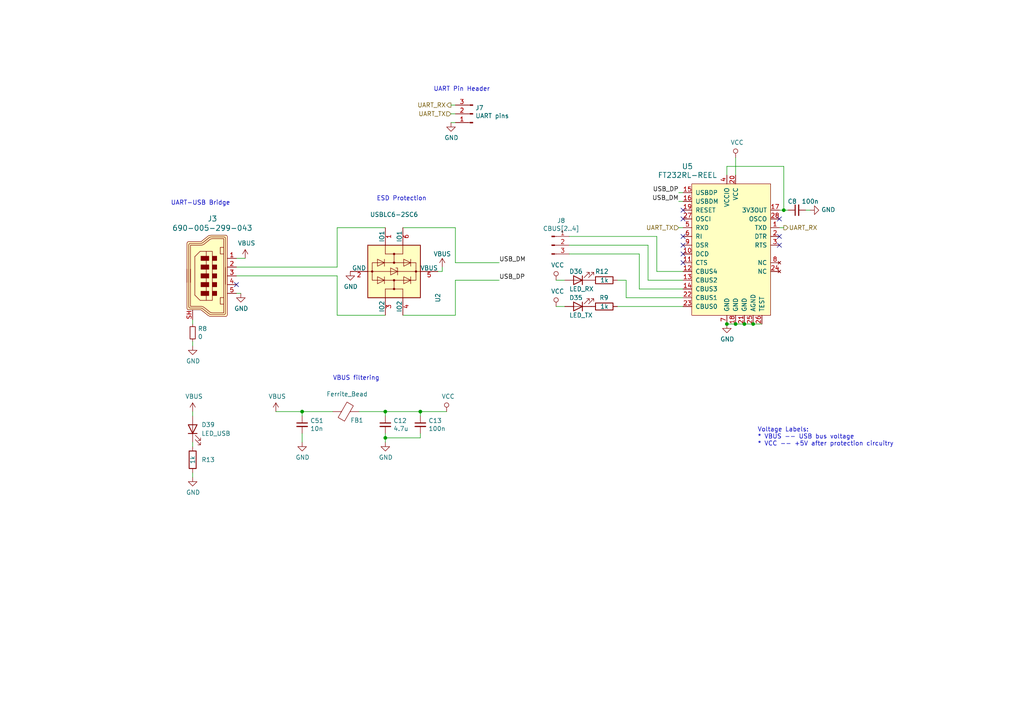
<source format=kicad_sch>
(kicad_sch (version 20231120) (generator "eeschema") (generator_version "8.0")
  (paper "A4")
  (title_block (title "KAPINE Motherboard") (date "2020-09-02") (rev "1.2") (company "Verneri Hirvonen"))
  (lib_symbols
    (symbol "Device:C_Small" (pin_numbers hide) (pin_names (offset 0.254) hide)
      (property "Reference" "C" (at 0.254 1.778 0))
      (property "Value" "C_Small" (at 0.254 -2.032 0))
      (symbol "C_Small_0_1"
        (polyline (pts (xy -1.524 -0.508) (xy 1.524 -0.508)) (stroke (width 0.3302)))
        (polyline (pts (xy -1.524 0.508) (xy 1.524 0.508)) (stroke (width 0.3048)))
      )
      (symbol "C_Small_1_1"
        (pin passive line (at 0 2.54 270) (length 2.032) (name "~") (number "1"))
        (pin passive line (at 0 -2.54 90) (length 2.032) (name "~") (number "2"))
      )
    )
    (symbol "Device:LED" (pin_numbers hide) (pin_names (offset 1.016) hide)
      (property "Reference" "D" (at 0 2.54 0))
      (property "Value" "LED" (at 0 -2.54 0))
      (symbol "LED_0_1"
        (polyline (pts (xy -1.27 -1.27) (xy -1.27 1.27)) (stroke (width 0.254)))
        (polyline (pts (xy -1.27 0) (xy 1.27 0)))
        (polyline (pts (xy 1.27 -1.27) (xy 1.27 1.27) (xy -1.27 0) (xy 1.27 -1.27)) (stroke (width 0.254)))
        (polyline (pts (xy -3.048 -0.762) (xy -4.572 -2.286) (xy -3.81 -2.286) (xy -4.572 -2.286) (xy -4.572 -1.524)))
        (polyline (pts (xy -1.778 -0.762) (xy -3.302 -2.286) (xy -2.54 -2.286) (xy -3.302 -2.286) (xy -3.302 -1.524)))
      )
      (symbol "LED_1_1"
        (pin passive line (at -3.81 0 0) (length 2.54) (name "K") (number "1"))
        (pin passive line (at 3.81 0 180) (length 2.54) (name "A") (number "2"))
      )
    )
    (symbol "Device:R" (pin_numbers hide) (pin_names (offset 0))
      (property "Reference" "R" (at 2.032 0 90))
      (property "Value" "R" (at 0 0 90))
      (symbol "R_0_1"
        (rectangle (start -1.016 -2.54) (end 1.016 2.54) (stroke (width 0.254)))
      )
      (symbol "R_1_1"
        (pin passive line (at 0 3.81 270) (length 1.27) (name "~") (number "1"))
        (pin passive line (at 0 -3.81 90) (length 1.27) (name "~") (number "2"))
      )
    )
    (symbol "Device:R_Small" (pin_numbers hide) (pin_names (offset 0.254) hide)
      (property "Reference" "R" (at 0.762 0.508 0))
      (property "Value" "R_Small" (at 0.762 -1.016 0))
      (symbol "R_Small_0_1"
        (rectangle (start -0.762 1.778) (end 0.762 -1.778) (stroke (width 0.2032)))
      )
      (symbol "R_Small_1_1"
        (pin passive line (at 0 2.54 270) (length 0.762) (name "~") (number "1"))
        (pin passive line (at 0 -2.54 90) (length 0.762) (name "~") (number "2"))
      )
    )
    (symbol "dk_Interface-Controllers:FT232RL-REEL" (pin_names (offset 1.016))
      (property "Reference" "U" (at -12.7 11.43 0))
      (property "Value" "FT232RL-REEL" (at -2.54 -20.32 90))
      (symbol "FT232RL-REEL_0_1"
        (rectangle (start -15.24 10.16) (end 7.62 -27.94) (fill (type background)))
      )
      (symbol "FT232RL-REEL_1_1"
        (pin output line (at 10.16 -2.54 180) (length 2.54) (name "TXD") (number "1"))
        (pin input line (at -17.78 -10.16 0) (length 2.54) (name "DCD") (number "10"))
        (pin input line (at -17.78 -12.7 0) (length 2.54) (name "CTS") (number "11"))
        (pin bidirectional line (at -17.78 -15.24 0) (length 2.54) (name "CBUS4") (number "12"))
        (pin bidirectional line (at -17.78 -17.78 0) (length 2.54) (name "CBUS2") (number "13"))
        (pin bidirectional line (at -17.78 -20.32 0) (length 2.54) (name "CBUS3") (number "14"))
        (pin bidirectional line (at -17.78 7.62 0) (length 2.54) (name "USBDP") (number "15"))
        (pin bidirectional line (at -17.78 5.08 0) (length 2.54) (name "USBDM") (number "16"))
        (pin passive line (at 10.16 2.54 180) (length 2.54) (name "3V3OUT") (number "17"))
        (pin power_in line (at -2.54 -30.48 90) (length 2.54) (name "GND") (number "18"))
        (pin input line (at -17.78 2.54 0) (length 2.54) (name "RESET") (number "19"))
        (pin output line (at 10.16 -5.08 180) (length 2.54) (name "DTR") (number "2"))
        (pin power_in line (at -2.54 12.7 270) (length 2.54) (name "VCC") (number "20"))
        (pin power_in line (at 0 -30.48 90) (length 2.54) (name "GND") (number "21"))
        (pin bidirectional line (at -17.78 -22.86 0) (length 2.54) (name "CBUS1") (number "22"))
        (pin bidirectional line (at -17.78 -25.4 0) (length 2.54) (name "CBUS0") (number "23"))
        (pin no_connect line (at 10.16 -15.24 180) (length 2.54) (name "NC") (number "24"))
        (pin power_in line (at 2.54 -30.48 90) (length 2.54) (name "AGND") (number "25"))
        (pin power_in line (at 5.08 -30.48 90) (length 2.54) (name "TEST") (number "26"))
        (pin input line (at -17.78 0 0) (length 2.54) (name "OSCI") (number "27"))
        (pin output line (at 10.16 0 180) (length 2.54) (name "OSCO") (number "28"))
        (pin output line (at 10.16 -7.62 180) (length 2.54) (name "RTS") (number "3"))
        (pin power_in line (at -5.08 12.7 270) (length 2.54) (name "VCCIO") (number "4"))
        (pin input line (at -17.78 -2.54 0) (length 2.54) (name "RXD") (number "5"))
        (pin input line (at -17.78 -5.08 0) (length 2.54) (name "RI") (number "6"))
        (pin power_in line (at -5.08 -30.48 90) (length 2.54) (name "GND") (number "7"))
        (pin no_connect line (at 10.16 -12.7 180) (length 2.54) (name "NC") (number "8"))
        (pin input line (at -17.78 -7.62 0) (length 2.54) (name "DSR") (number "9"))
      )
    )
    (symbol "dk_USB-DVI-HDMI-Connectors:690-005-299-043" (pin_names (offset 1.016))
      (property "Reference" "J" (at 8.89 30.48 0))
      (property "Value" "690-005-299-043" (at 6.8326 14.8844 90))
      (symbol "690-005-299-043_0_1"
        (polyline (pts (xy 10.795 23.368) (xy 10.795 12.192)))
        (polyline (pts (xy 10.795 12.192) (xy 12.319 10.668) (xy 14.097 10.668)))
        (polyline (pts (xy 10.795 23.368) (xy 12.319 24.892) (xy 14.097 24.892)))
        (polyline (pts (xy 19.177 17.018) (xy 19.177 28.575) (xy 15.9258 28.575) (xy 15.4686 28.4988) (xy 15.2146 28.3718) (xy 13.4366 26.9494) (xy 13.1064 26.7716) (xy 12.7 26.67) (xy 9.525 26.67) (xy 9.525 15.875)))
        (polyline (pts (xy 19.177 18.5928) (xy 19.177 7.0358) (xy 15.9258 7.0358) (xy 15.4686 7.112) (xy 15.2146 7.239) (xy 13.4366 8.6614) (xy 13.1064 8.8392) (xy 12.7 8.9408) (xy 9.525 8.9408) (xy 9.525 19.7358)))
        (polyline (pts (xy 20.193 15.24) (xy 20.193 28.956) (xy 20.193 29.21) (xy 20.066 29.464) (xy 19.812 29.591) (xy 19.558 29.591) (xy 15.5194 29.591) (xy 15.0114 29.5148) (xy 14.6812 29.3624) (xy 12.573 27.686) (xy 9.144 27.686) (xy 8.89 27.686) (xy 8.636 27.559) (xy 8.509 27.305) (xy 8.509 27.051) (xy 8.509 15.875)) (fill (type background)))
        (polyline (pts (xy 20.193 20.3708) (xy 20.193 6.6548) (xy 20.193 6.4008) (xy 20.066 6.1468) (xy 19.812 6.0198) (xy 19.558 6.0198) (xy 15.5194 6.0198) (xy 15.0114 6.096) (xy 14.6812 6.2484) (xy 12.573 7.9248) (xy 9.144 7.9248) (xy 8.89 7.9248) (xy 8.636 8.0518) (xy 8.509 8.3058) (xy 8.509 8.5598) (xy 8.509 19.7358)) (fill (type background)))
        (polyline (pts (xy 19.685 15.367) (xy 19.685 28.448) (xy 19.685 28.702) (xy 19.558 28.956) (xy 19.304 29.083) (xy 19.05 29.083) (xy 15.5956 29.083) (xy 15.24 29.0322) (xy 14.9352 28.8544) (xy 13.1826 27.4574) (xy 12.8016 27.2288) (xy 12.5222 27.178) (xy 9.652 27.178) (xy 9.398 27.178) (xy 9.144 27.051) (xy 9.017 26.797) (xy 9.017 26.543) (xy 9.017 15.875)))
        (polyline (pts (xy 19.685 20.2438) (xy 19.685 7.1628) (xy 19.685 6.9088) (xy 19.558 6.6548) (xy 19.304 6.5278) (xy 19.05 6.5278) (xy 15.5956 6.5278) (xy 15.24 6.5786) (xy 14.9352 6.7564) (xy 13.1826 8.1534) (xy 12.8016 8.382) (xy 12.5222 8.4328) (xy 9.652 8.4328) (xy 9.398 8.4328) (xy 9.144 8.5598) (xy 9.017 8.8138) (xy 9.017 9.0678) (xy 9.017 19.7358)))
        (rectangle (start 14.859 12.065) (end 12.573 13.335) (fill (type outline)))
        (rectangle (start 14.859 14.605) (end 12.573 15.875) (fill (type outline)))
        (rectangle (start 14.859 17.145) (end 12.573 18.415) (fill (type outline)))
        (rectangle (start 14.859 19.685) (end 12.573 20.955) (fill (type outline)))
        (rectangle (start 14.859 22.225) (end 12.573 23.495) (fill (type outline)))
        (rectangle (start 15.875 10.668) (end 14.097 24.892))
        (rectangle (start 17.145 13.335) (end 15.875 12.065) (fill (type outline)))
        (rectangle (start 17.145 15.875) (end 15.875 14.605) (fill (type outline)))
        (rectangle (start 17.145 18.415) (end 15.875 17.145) (fill (type outline)))
        (rectangle (start 17.145 20.955) (end 15.875 19.685) (fill (type outline)))
        (rectangle (start 17.145 23.495) (end 15.875 22.225) (fill (type outline)))
        (rectangle (start 18.161 9.5758) (end 19.177 11.4808))
        (rectangle (start 18.161 26.035) (end 19.177 24.13))
      )
      (symbol "690-005-299-043_1_1"
        (pin passive line (at 22.86 22.86 180) (length 2.667) (name "~") (number "1"))
        (pin passive line (at 22.86 20.32 180) (length 2.667) (name "~") (number "2"))
        (pin passive line (at 22.86 17.78 180) (length 2.667) (name "~") (number "3"))
        (pin passive line (at 22.86 15.24 180) (length 2.667) (name "~") (number "4"))
        (pin passive line (at 22.86 12.7 180) (length 2.667) (name "~") (number "5"))
        (pin passive line (at 10.16 5.08 90) (length 2.794) (name "~") (number "SH"))
      )
    )
    (symbol "main-rescue:Conn_01x03_Male-Connector" (pin_names (offset 1.016) hide)
      (property "Reference" "J" (at 0 5.08 0))
      (property "Value" "Connector_Conn_01x03_Male" (at 0 -5.08 0))
      (symbol "Conn_01x03_Male-Connector_1_1"
        (polyline (pts (xy 1.27 -2.54) (xy 0.8636 -2.54)) (stroke (width 0.1524)))
        (polyline (pts (xy 1.27 0) (xy 0.8636 0)) (stroke (width 0.1524)))
        (polyline (pts (xy 1.27 2.54) (xy 0.8636 2.54)) (stroke (width 0.1524)))
        (rectangle (start 0.8636 -2.413) (end 0 -2.667) (stroke (width 0.1524)) (fill (type outline)))
        (rectangle (start 0.8636 0.127) (end 0 -0.127) (stroke (width 0.1524)) (fill (type outline)))
        (rectangle (start 0.8636 2.667) (end 0 2.413) (stroke (width 0.1524)) (fill (type outline)))
        (pin passive line (at 5.08 2.54 180) (length 3.81) (name "Pin_1") (number "1"))
        (pin passive line (at 5.08 0 180) (length 3.81) (name "Pin_2") (number "2"))
        (pin passive line (at 5.08 -2.54 180) (length 3.81) (name "Pin_3") (number "3"))
      )
    )
    (symbol "main-rescue:Ferrite_Bead-Device" (pin_numbers hide) (pin_names (offset 0))
      (property "Reference" "FB" (at -3.81 0.635 90))
      (property "Value" "Device_Ferrite_Bead" (at 3.81 0 90))
      (symbol "Ferrite_Bead-Device_0_1"
        (polyline (pts (xy 0 -1.27) (xy 0 -1.2192)))
        (polyline (pts (xy 0 1.27) (xy 0 1.2954)))
        (polyline (pts (xy -2.7686 0.4064) (xy -1.7018 2.2606) (xy 2.7686 -0.3048) (xy 1.6764 -2.159) (xy -2.7686 0.4064)))
      )
      (symbol "Ferrite_Bead-Device_1_1"
        (pin passive line (at 0 3.81 270) (length 2.54) (name "~") (number "1"))
        (pin passive line (at 0 -3.81 90) (length 2.54) (name "~") (number "2"))
      )
    )
    (symbol "main-rescue:GND-power" (power) (pin_names (offset 0))
      (property "Value" "power_GND" (at 0 -3.81 0))
      (symbol "GND-power_0_1"
        (polyline (pts (xy 0 0) (xy 0 -1.27) (xy 1.27 -1.27) (xy 0 -2.54) (xy -1.27 -1.27) (xy 0 -1.27)))
      )
      (symbol "GND-power_1_1"
        (pin power_in line (at 0 0 270) (length 0) hide (name "GND") (number "1"))
      )
    )
    (symbol "main-rescue:USBLC6-2SC6-Power_Protection" (pin_names (offset 0))
      (property "Reference" "U" (at 5.08 8.89 0))
      (property "Value" "Power_Protection_USBLC6-2SC6" (at 10.16 -10.16 0))
      (symbol "USBLC6-2SC6-Power_Protection_0_1"
        (rectangle (start -7.62 -7.62) (end 7.62 7.62) (stroke (width 0.254)) (fill (type background)))
        (circle (center -5.08 0) (radius 0.254) (fill (type outline)))
        (circle (center -2.54 0) (radius 0.254) (fill (type outline)))
        (rectangle (start -2.54 6.35) (end 2.54 -6.35))
        (circle (center 0 -6.35) (radius 0.254) (fill (type outline)))
        (polyline (pts (xy -5.08 -2.54) (xy -7.62 -2.54)))
        (polyline (pts (xy -5.08 0) (xy -5.08 -2.54)))
        (polyline (pts (xy -5.08 2.54) (xy -7.62 2.54)))
        (polyline (pts (xy -1.524 -2.794) (xy -3.556 -2.794)))
        (polyline (pts (xy -1.524 4.826) (xy -3.556 4.826)))
        (polyline (pts (xy 0 -7.62) (xy 0 -6.35)))
        (polyline (pts (xy 0 -6.35) (xy 0 1.27)))
        (polyline (pts (xy 0 1.27) (xy 0 6.35)))
        (polyline (pts (xy 0 6.35) (xy 0 7.62)))
        (polyline (pts (xy 1.524 -2.794) (xy 3.556 -2.794)))
        (polyline (pts (xy 1.524 4.826) (xy 3.556 4.826)))
        (polyline (pts (xy 5.08 -2.54) (xy 7.62 -2.54)))
        (polyline (pts (xy 5.08 0) (xy 5.08 -2.54)))
        (polyline (pts (xy 5.08 2.54) (xy 7.62 2.54)))
        (polyline (pts (xy -2.54 0) (xy -5.08 0) (xy -5.08 2.54)))
        (polyline (pts (xy 2.54 0) (xy 5.08 0) (xy 5.08 2.54)))
        (polyline (pts (xy -3.556 -4.826) (xy -1.524 -4.826) (xy -2.54 -2.794) (xy -3.556 -4.826)))
        (polyline (pts (xy -3.556 2.794) (xy -1.524 2.794) (xy -2.54 4.826) (xy -3.556 2.794)))
        (polyline (pts (xy -1.016 -1.016) (xy 1.016 -1.016) (xy 0 1.016) (xy -1.016 -1.016)))
        (polyline (pts (xy 1.016 1.016) (xy 0.762 1.016) (xy -1.016 1.016) (xy -1.016 0.508)))
        (polyline (pts (xy 3.556 -4.826) (xy 1.524 -4.826) (xy 2.54 -2.794) (xy 3.556 -4.826)))
        (polyline (pts (xy 3.556 2.794) (xy 1.524 2.794) (xy 2.54 4.826) (xy 3.556 2.794)))
        (circle (center 0 6.35) (radius 0.254) (fill (type outline)))
        (circle (center 2.54 0) (radius 0.254) (fill (type outline)))
        (circle (center 5.08 0) (radius 0.254) (fill (type outline)))
      )
      (symbol "USBLC6-2SC6-Power_Protection_1_1"
        (pin passive line (at -12.7 -2.54 0) (length 5.08) (name "IO1") (number "1"))
        (pin passive line (at 0 -12.7 90) (length 5.08) (name "GND") (number "2"))
        (pin passive line (at 12.7 -2.54 180) (length 5.08) (name "IO2") (number "3"))
        (pin passive line (at 12.7 2.54 180) (length 5.08) (name "IO2") (number "4"))
        (pin passive line (at 0 12.7 270) (length 5.08) (name "VBUS") (number "5"))
        (pin passive line (at -12.7 2.54 0) (length 5.08) (name "IO1") (number "6"))
      )
    )
    (symbol "main-rescue:VBUS-power" (power) (pin_names (offset 0))
      (property "Value" "power_VBUS" (at 0 3.81 0))
      (symbol "VBUS-power_0_1"
        (polyline (pts (xy -0.762 1.27) (xy 0 2.54)))
        (polyline (pts (xy 0 0) (xy 0 2.54)))
        (polyline (pts (xy 0 2.54) (xy 0.762 1.27)))
      )
      (symbol "VBUS-power_1_1"
        (pin power_in line (at 0 0 90) (length 0) hide (name "VBUS") (number "1"))
      )
    )
    (symbol "main-rescue:VCC-power" (power) (pin_names (offset 0))
      (property "Value" "power_VCC" (at 0 3.81 0))
      (symbol "VCC-power_0_1"
        (polyline (pts (xy 0 0) (xy 0 1.27)))
        (circle (center 0 1.905) (radius 0.635))
      )
      (symbol "VCC-power_1_1"
        (pin power_in line (at 0 0 90) (length 0) hide (name "VCC") (number "1"))
      )
    )
  )
  (junction (at 111.76 119.38))
  (junction (at 121.92 119.38))
  (junction (at 111.76 127))
  (junction (at 87.63 119.38))
  (junction (at 213.36 93.98))
  (junction (at 227.33 60.96))
  (junction (at 218.44 93.98))
  (junction (at 210.82 93.98))
  (junction (at 215.9 93.98))
  (no_connect (at 226.06 71.12))
  (no_connect (at 226.06 68.58))
  (no_connect (at 198.12 68.58))
  (no_connect (at 226.06 63.5))
  (no_connect (at 68.58 82.55))
  (no_connect (at 198.12 76.2))
  (no_connect (at 198.12 60.96))
  (no_connect (at 198.12 73.66))
  (no_connect (at 198.12 71.12))
  (no_connect (at 198.12 63.5))
  (wire (pts (xy 87.63 120.65) (xy 87.63 119.38)))
  (wire (pts (xy 132.08 33.02) (xy 130.81 33.02)))
  (wire (pts (xy 111.76 119.38) (xy 121.92 119.38)))
  (wire (pts (xy 181.61 81.28) (xy 181.61 86.36)))
  (wire (pts (xy 121.92 127) (xy 111.76 127)))
  (wire (pts (xy 87.63 125.73) (xy 87.63 128.27)))
  (wire (pts (xy 165.1 71.12) (xy 187.96 71.12)))
  (wire (pts (xy 144.78 81.28) (xy 132.08 81.28)))
  (wire (pts (xy 55.88 93.98) (xy 55.88 92.71)))
  (wire (pts (xy 55.88 119.38) (xy 55.88 120.65)))
  (wire (pts (xy 196.85 55.88) (xy 198.12 55.88)))
  (wire (pts (xy 121.92 119.38) (xy 121.92 120.65)))
  (wire (pts (xy 187.96 71.12) (xy 187.96 81.28)))
  (wire (pts (xy 213.36 93.98) (xy 210.82 93.98)))
  (wire (pts (xy 69.85 85.09) (xy 68.58 85.09)))
  (wire (pts (xy 55.88 129.54) (xy 55.88 128.27)))
  (wire (pts (xy 227.33 60.96) (xy 226.06 60.96)))
  (wire (pts (xy 181.61 86.36) (xy 198.12 86.36)))
  (wire (pts (xy 227.33 48.26) (xy 227.33 60.96)))
  (wire (pts (xy 132.08 30.48) (xy 130.81 30.48)))
  (wire (pts (xy 97.79 80.01) (xy 68.58 80.01)))
  (wire (pts (xy 132.08 76.2) (xy 144.78 76.2)))
  (wire (pts (xy 218.44 93.98) (xy 215.9 93.98)))
  (wire (pts (xy 55.88 137.16) (xy 55.88 138.43)))
  (wire (pts (xy 97.79 66.04) (xy 111.76 66.04)))
  (wire (pts (xy 87.63 119.38) (xy 80.01 119.38)))
  (wire (pts (xy 97.79 91.44) (xy 97.79 80.01)))
  (wire (pts (xy 218.44 93.98) (xy 220.98 93.98)))
  (wire (pts (xy 185.42 83.82) (xy 185.42 73.66)))
  (wire (pts (xy 187.96 81.28) (xy 198.12 81.28)))
  (wire (pts (xy 227.33 60.96) (xy 228.6 60.96)))
  (wire (pts (xy 128.27 77.47) (xy 128.27 78.74)))
  (wire (pts (xy 198.12 83.82) (xy 185.42 83.82)))
  (wire (pts (xy 111.76 120.65) (xy 111.76 119.38)))
  (wire (pts (xy 179.07 88.9) (xy 198.12 88.9)))
  (wire (pts (xy 130.81 35.56) (xy 132.08 35.56)))
  (wire (pts (xy 104.14 119.38) (xy 111.76 119.38)))
  (wire (pts (xy 87.63 119.38) (xy 96.52 119.38)))
  (wire (pts (xy 163.83 81.28) (xy 161.29 81.28)))
  (wire (pts (xy 198.12 78.74) (xy 190.5 78.74)))
  (wire (pts (xy 121.92 125.73) (xy 121.92 127)))
  (wire (pts (xy 128.27 78.74) (xy 127 78.74)))
  (wire (pts (xy 190.5 68.58) (xy 165.1 68.58)))
  (wire (pts (xy 163.83 88.9) (xy 161.29 88.9)))
  (wire (pts (xy 68.58 74.93) (xy 71.12 74.93)))
  (wire (pts (xy 210.82 50.8) (xy 210.82 48.26)))
  (wire (pts (xy 116.84 66.04) (xy 132.08 66.04)))
  (wire (pts (xy 215.9 93.98) (xy 213.36 93.98)))
  (wire (pts (xy 233.68 60.96) (xy 234.95 60.96)))
  (wire (pts (xy 196.85 58.42) (xy 198.12 58.42)))
  (wire (pts (xy 132.08 66.04) (xy 132.08 76.2)))
  (wire (pts (xy 111.76 127) (xy 111.76 125.73)))
  (wire (pts (xy 196.85 66.04) (xy 198.12 66.04)))
  (wire (pts (xy 121.92 119.38) (xy 129.54 119.38)))
  (wire (pts (xy 213.36 45.72) (xy 213.36 50.8)))
  (wire (pts (xy 227.33 66.04) (xy 226.06 66.04)))
  (wire (pts (xy 111.76 91.44) (xy 97.79 91.44)))
  (wire (pts (xy 68.58 77.47) (xy 97.79 77.47)))
  (wire (pts (xy 111.76 128.27) (xy 111.76 127)))
  (wire (pts (xy 190.5 78.74) (xy 190.5 68.58)))
  (wire (pts (xy 179.07 81.28) (xy 181.61 81.28)))
  (wire (pts (xy 97.79 77.47) (xy 97.79 66.04)))
  (wire (pts (xy 132.08 81.28) (xy 132.08 91.44)))
  (wire (pts (xy 55.88 100.33) (xy 55.88 99.06)))
  (wire (pts (xy 132.08 91.44) (xy 116.84 91.44)))
  (wire (pts (xy 210.82 48.26) (xy 227.33 48.26)))
  (wire (pts (xy 185.42 73.66) (xy 165.1 73.66)))
  (text "UART Pin Header" (at 125.73 26.67 0) (effects (font (size 1.27 1.27)) (justify left bottom)))
  (text "UART-USB Bridge" (at 49.53 59.69 0) (effects (font (size 1.27 1.27)) (justify left bottom)))
  (text "VBUS filtering" (at 96.52 110.49 0) (effects (font (size 1.27 1.27)) (justify left bottom)))
  (text "Voltage Labels:\n* VBUS -- USB bus voltage\n* VCC -- +5V after protection circuitry" (at 219.71 129.54 0) (effects (font (size 1.27 1.27)) (justify left bottom)))
  (text "ESD Protection" (at 109.22 58.42 0) (effects (font (size 1.27 1.27)) (justify left bottom)))
  (label "USB_DM" (at 144.78 76.2 0))
  (label "USB_DP" (at 196.85 55.88 180))
  (label "USB_DP" (at 144.78 81.28 0))
  (label "USB_DM" (at 196.85 58.42 180))
  (hierarchical_label "UART_RX" (shape output) (at 227.33 66.04 0))
  (hierarchical_label "UART_RX" (shape output) (at 130.81 30.48 180))
  (hierarchical_label "UART_TX" (shape input) (at 196.85 66.04 180))
  (hierarchical_label "UART_TX" (shape input) (at 130.81 33.02 180))
  (symbol (lib_id "dk_Interface-Controllers:FT232RL-REEL") (at 215.9 63.5 0) (unit 1)
    (property "Reference" "U5" (at 199.39 48.26 0) (effects (font (size 1.524 1.524))))
    (property "Value" "FT232RL-REEL" (at 199.39 50.8 0) (effects (font (size 1.524 1.524))))
    (property "Footprint" "digikey-footprints:SSOP-28_W5.30mm" (effects (hide yes)))
    (property "Datasheet" "https://www.ftdichip.com/Support/Documents/DataSheets/ICs/DS_FT232R.pdf" (effects (hide yes)))
    (property "Digi-Key_PN" "768-1007-1-ND" (effects (hide yes)))
    (property "MPN" "FT232RL-REEL" (effects (hide yes)))
    (property "Category" "Integrated Circuits (ICs)" (effects (hide yes)))
    (property "Family" "Interface - Controllers" (effects (hide yes)))
    (property "DK_Datasheet_Link" "https://www.ftdichip.com/Support/Documents/DataSheets/ICs/DS_FT232R.pdf" (effects (hide yes)))
    (property "DK_Detail_Page" "/product-detail/en/ftdi-future-technology-devices-international-ltd/FT232RL-REEL/768-1007-1-ND/1836402" (effects (hide yes)))
    (property "Description" "IC USB FS SERIAL UART 28-SSOP" (effects (hide yes)))
    (property "Manufacturer" "FTDI, Future Technology Devices International Ltd" (effects (hide yes)))
    (property "Status" "Active" (effects (hide yes)))
    (instances (project "main" (path "" (reference "U5") (unit 1)) (path "" (reference "U?") (unit 1))))
  )
  (symbol (lib_id "main-rescue:GND-power") (at 210.82 93.98 0) (unit 1)
    (property "Reference" "#PWR049" (effects (hide yes)))
    (property "Value" "GND" (at 210.947 98.3742 0))
    (instances (project "main" (path "" (reference "#PWR049") (unit 1)) (path "" (reference "#PWR?") (unit 1))))
  )
  (symbol (lib_id "Device:C_Small") (at 231.14 60.96 90) (unit 1)
    (property "Reference" "C8" (at 231.14 58.42 90) (effects (justify left)))
    (property "Value" "100n" (at 237.49 58.42 90) (effects (justify left)))
    (property "Footprint" "Capacitor_SMD:C_0603_1608Metric" (effects (hide yes)))
    (instances (project "main" (path "" (reference "C8") (unit 1)) (path "" (reference "C?") (unit 1))))
  )
  (symbol (lib_id "main-rescue:GND-power") (at 234.95 60.96 90) (unit 1)
    (property "Reference" "#PWR057" (effects (hide yes)))
    (property "Value" "GND" (at 238.2012 60.833 90) (effects (justify right)))
    (instances (project "main" (path "" (reference "#PWR057") (unit 1)) (path "" (reference "#PWR?") (unit 1))))
  )
  (symbol (lib_id "Device:LED") (at 167.64 88.9 180) (unit 1)
    (property "Reference" "D35" (at 165.1 86.36 0) (effects (justify right)))
    (property "Value" "LED_TX" (at 165.1 91.44 0) (effects (justify right)))
    (property "Footprint" "LED_SMD:LED_0805_2012Metric" (effects (hide yes)))
    (instances (project "main" (path "" (reference "D35") (unit 1)) (path "" (reference "D?") (unit 1))))
  )
  (symbol (lib_id "Device:R") (at 175.26 88.9 90) (unit 1)
    (property "Reference" "R9" (at 176.53 86.36 90) (effects (justify left)))
    (property "Value" "1k" (at 176.53 88.9 90) (effects (justify left)))
    (property "Footprint" "Resistor_SMD:R_0805_2012Metric" (effects (hide yes)))
    (instances (project "main" (path "" (reference "R9") (unit 1)) (path "" (reference "R?") (unit 1))))
  )
  (symbol (lib_id "Device:LED") (at 167.64 81.28 180) (unit 1)
    (property "Reference" "D36" (at 165.1 78.74 0) (effects (justify right)))
    (property "Value" "LED_RX" (at 165.1 83.82 0) (effects (justify right)))
    (property "Footprint" "LED_SMD:LED_0805_2012Metric" (effects (hide yes)))
    (instances (project "main" (path "" (reference "D36") (unit 1)) (path "" (reference "D?") (unit 1))))
  )
  (symbol (lib_id "Device:R") (at 175.26 81.28 90) (unit 1)
    (property "Reference" "R12" (at 176.53 78.74 90) (effects (justify left)))
    (property "Value" "1k" (at 176.53 81.28 90) (effects (justify left)))
    (property "Footprint" "Resistor_SMD:R_0805_2012Metric" (effects (hide yes)))
    (instances (project "main" (path "" (reference "R12") (unit 1)) (path "" (reference "R?") (unit 1))))
  )
  (symbol (lib_id "Device:C_Small") (at 111.76 123.19 0) (unit 1)
    (property "Reference" "C12" (at 114.0968 122.0216 0) (effects (justify left)))
    (property "Value" "4.7u" (at 114.0968 124.333 0) (effects (justify left)))
    (property "Footprint" "Capacitor_SMD:C_0805_2012Metric" (effects (hide yes)))
    (instances (project "main" (path "" (reference "C12") (unit 1)) (path "" (reference "C?") (unit 1))))
  )
  (symbol (lib_id "Device:C_Small") (at 121.92 123.19 0) (unit 1)
    (property "Reference" "C13" (at 124.2568 122.0216 0) (effects (justify left)))
    (property "Value" "100n" (at 124.2568 124.333 0) (effects (justify left)))
    (property "Footprint" "Capacitor_SMD:C_0603_1608Metric" (effects (hide yes)))
    (instances (project "main" (path "" (reference "C13") (unit 1)) (path "" (reference "C?") (unit 1))))
  )
  (symbol (lib_id "main-rescue:GND-power") (at 55.88 100.33 0) (unit 1)
    (property "Reference" "#PWR037" (effects (hide yes)))
    (property "Value" "GND" (at 56.007 104.7242 0))
    (instances (project "main" (path "" (reference "#PWR037") (unit 1)) (path "" (reference "#PWR?") (unit 1))))
  )
  (symbol (lib_id "dk_USB-DVI-HDMI-Connectors:690-005-299-043") (at 45.72 97.79 0) (unit 1)
    (property "Reference" "J3" (at 61.595 63.4492 0) (effects (font (size 1.524 1.524))))
    (property "Value" "690-005-299-043" (at 61.595 66.1416 0) (effects (font (size 1.524 1.524))))
    (property "Footprint" "digikey-footprints:USB_Mini_B_Female_690-005-299-043" (effects (hide yes)))
    (property "Datasheet" "http://files.edac.net/690-005-299-043.pdf" (effects (hide yes)))
    (property "Digi-Key_PN" "151-1206-1-ND" (effects (hide yes)))
    (property "MPN" "690-005-299-043" (effects (hide yes)))
    (property "Category" "Connectors, Interconnects" (effects (hide yes)))
    (property "Family" "USB, DVI, HDMI Connectors" (effects (hide yes)))
    (property "DK_Datasheet_Link" "http://files.edac.net/690-005-299-043.pdf" (effects (hide yes)))
    (property "DK_Detail_Page" "/product-detail/en/edac-inc/690-005-299-043/151-1206-1-ND/4312192" (effects (hide yes)))
    (property "Description" "CONN RCPT USB2.0 MINI B SMD R/A" (effects (hide yes)))
    (property "Manufacturer" "EDAC Inc." (effects (hide yes)))
    (property "Status" "Active" (effects (hide yes)))
    (instances (project "main" (path "" (reference "J3") (unit 1)) (path "" (reference "J?") (unit 1))))
  )
  (symbol (lib_id "main-rescue:GND-power") (at 69.85 85.09 0) (unit 1)
    (property "Reference" "#PWR041" (effects (hide yes)))
    (property "Value" "GND" (at 69.977 89.4842 0))
    (instances (project "main" (path "" (reference "#PWR041") (unit 1)) (path "" (reference "#PWR?") (unit 1))))
  )
  (symbol (lib_id "main-rescue:VBUS-power") (at 71.12 74.93 0) (unit 1)
    (property "Reference" "#PWR043" (effects (hide yes)))
    (property "Value" "VBUS" (at 71.501 70.5358 0))
    (instances (project "main" (path "" (reference "#PWR043") (unit 1)) (path "" (reference "#PWR?") (unit 1))))
  )
  (symbol (lib_id "Device:R_Small") (at 55.88 96.52 0) (unit 1)
    (property "Reference" "R8" (at 57.3786 95.3516 0) (effects (justify left)))
    (property "Value" "0" (at 57.3786 97.663 0) (effects (justify left)))
    (property "Footprint" "Resistor_SMD:R_0603_1608Metric" (effects (hide yes)))
    (instances (project "main" (path "" (reference "R8") (unit 1)) (path "" (reference "R?") (unit 1))))
  )
  (symbol (lib_id "main-rescue:USBLC6-2SC6-Power_Protection") (at 114.3 78.74 270) (unit 1)
    (property "Reference" "U2" (at 127 86.36 0))
    (property "Value" "USBLC6-2SC6" (at 114.3 62.23 90))
    (property "Footprint" "Package_TO_SOT_SMD:SOT-23-6" (effects (hide yes)))
    (property "Datasheet" "http://www2.st.com/resource/en/datasheet/CD00050750.pdf" (effects (hide yes)))
    (instances (project "main" (path "" (reference "U2") (unit 1)) (path "" (reference "U?") (unit 1))))
  )
  (symbol (lib_id "main-rescue:Conn_01x03_Male-Connector") (at 137.16 33.02 180) (unit 1)
    (property "Reference" "J7" (at 137.8712 31.2928 0) (effects (justify right)))
    (property "Value" "UART pins" (at 137.8712 33.6042 0) (effects (justify right)))
    (property "Footprint" "Connector_PinHeader_2.54mm:PinHeader_1x03_P2.54mm_Vertical" (effects (hide yes)))
    (instances (project "main" (path "" (reference "J7") (unit 1)) (path "" (reference "J?") (unit 1))))
  )
  (symbol (lib_id "main-rescue:GND-power") (at 130.81 35.56 0) (unit 1)
    (property "Reference" "#PWR039" (effects (hide yes)))
    (property "Value" "GND" (at 130.937 39.9542 0))
    (instances (project "main" (path "" (reference "#PWR039") (unit 1)) (path "" (reference "#PWR?") (unit 1))))
  )
  (symbol (lib_id "main-rescue:GND-power") (at 101.6 78.74 0) (unit 1)
    (property "Reference" "#PWR0101" (effects (hide yes)))
    (property "Value" "GND" (at 101.727 83.1342 0))
    (instances (project "main" (path "" (reference "#PWR0101") (unit 1)) (path "" (reference "#PWR?") (unit 1))))
  )
  (symbol (lib_id "main-rescue:VBUS-power") (at 128.27 77.47 0) (unit 1)
    (property "Reference" "#PWR0102" (effects (hide yes)))
    (property "Value" "VBUS" (at 128.27 73.66 0))
    (instances (project "main" (path "" (reference "#PWR0102") (unit 1)) (path "" (reference "#PWR?") (unit 1))))
  )
  (symbol (lib_id "main-rescue:Ferrite_Bead-Device") (at 100.33 119.38 90) (unit 1)
    (property "Reference" "FB1" (at 105.41 121.92 90) (effects (justify left)))
    (property "Value" "Ferrite_Bead" (at 106.68 114.3 90) (effects (justify left)))
    (property "Footprint" "Inductor_SMD:L_0603_1608Metric" (effects (hide yes)))
  )
  (symbol (lib_id "main-rescue:VCC-power") (at 129.54 119.38 0) (unit 1)
    (property "Reference" "#PWR059" (effects (hide yes)))
    (property "Value" "VCC" (at 129.9718 114.9858 0))
  )
  (symbol (lib_id "main-rescue:VBUS-power") (at 80.01 119.38 0) (unit 1)
    (property "Reference" "#PWR051" (effects (hide yes)))
    (property "Value" "VBUS" (at 80.391 114.9858 0))
    (instances (project "main" (path "" (reference "#PWR051") (unit 1)) (path "" (reference "#PWR?") (unit 1))))
  )
  (symbol (lib_id "Device:C_Small") (at 87.63 123.19 0) (unit 1)
    (property "Reference" "C51" (at 89.9668 122.0216 0) (effects (justify left)))
    (property "Value" "10n" (at 89.9668 124.333 0) (effects (justify left)))
    (property "Footprint" "Capacitor_SMD:C_0603_1608Metric" (effects (hide yes)))
    (instances (project "main" (path "" (reference "C51") (unit 1)) (path "" (reference "C?") (unit 1))))
  )
  (symbol (lib_id "main-rescue:GND-power") (at 87.63 128.27 0) (unit 1)
    (property "Reference" "#PWR053" (effects (hide yes)))
    (property "Value" "GND" (at 87.757 132.6642 0))
    (instances (project "main" (path "" (reference "#PWR053") (unit 1)) (path "" (reference "#PWR?") (unit 1))))
  )
  (symbol (lib_id "main-rescue:GND-power") (at 111.76 128.27 0) (unit 1)
    (property "Reference" "#PWR055" (effects (hide yes)))
    (property "Value" "GND" (at 111.887 132.6642 0))
    (instances (project "main" (path "" (reference "#PWR055") (unit 1)) (path "" (reference "#PWR?") (unit 1))))
  )
  (symbol (lib_id "main-rescue:VCC-power") (at 213.36 45.72 0) (unit 1)
    (property "Reference" "#PWR061" (effects (hide yes)))
    (property "Value" "VCC" (at 213.7918 41.3258 0))
  )
  (symbol (lib_id "main-rescue:VCC-power") (at 161.29 81.28 0) (unit 1)
    (property "Reference" "#PWR063" (effects (hide yes)))
    (property "Value" "VCC" (at 161.7218 76.8858 0))
  )
  (symbol (lib_id "main-rescue:VCC-power") (at 161.29 88.9 0) (unit 1)
    (property "Reference" "#PWR065" (effects (hide yes)))
    (property "Value" "VCC" (at 161.7218 84.5058 0))
  )
  (symbol (lib_id "main-rescue:VBUS-power") (at 55.88 119.38 0) (unit 1)
    (property "Reference" "#PWR045" (effects (hide yes)))
    (property "Value" "VBUS" (at 56.261 114.9858 0))
    (instances (project "main" (path "" (reference "#PWR045") (unit 1)) (path "" (reference "#PWR?") (unit 1))))
  )
  (symbol (lib_id "Device:LED") (at 55.88 124.46 90) (unit 1)
    (property "Reference" "D39" (at 58.42 123.19 90) (effects (justify right)))
    (property "Value" "LED_USB" (at 58.42 125.73 90) (effects (justify right)))
    (property "Footprint" "LED_SMD:LED_0805_2012Metric" (effects (hide yes)))
    (instances (project "main" (path "" (reference "D39") (unit 1)) (path "" (reference "D?") (unit 1))))
  )
  (symbol (lib_id "Device:R") (at 55.88 133.35 0) (unit 1)
    (property "Reference" "R13" (at 58.42 133.35 0) (effects (justify left)))
    (property "Value" "1k" (at 55.88 134.62 90) (effects (justify left)))
    (property "Footprint" "Resistor_SMD:R_0805_2012Metric" (effects (hide yes)))
    (instances (project "main" (path "" (reference "R13") (unit 1)) (path "" (reference "R?") (unit 1))))
  )
  (symbol (lib_id "main-rescue:GND-power") (at 55.88 138.43 0) (unit 1)
    (property "Reference" "#PWR047" (effects (hide yes)))
    (property "Value" "GND" (at 56.007 142.8242 0))
  )
  (symbol (lib_id "main-rescue:Conn_01x03_Male-Connector") (at 160.02 71.12 0) (unit 1)
    (property "Reference" "J8" (at 162.7632 63.9826 0))
    (property "Value" "CBUS[2..4]" (at 162.7632 66.294 0))
    (property "Footprint" "Connector_PinHeader_1.27mm:PinHeader_1x03_P1.27mm_Vertical" (effects (hide yes)))
  )
)
</source>
